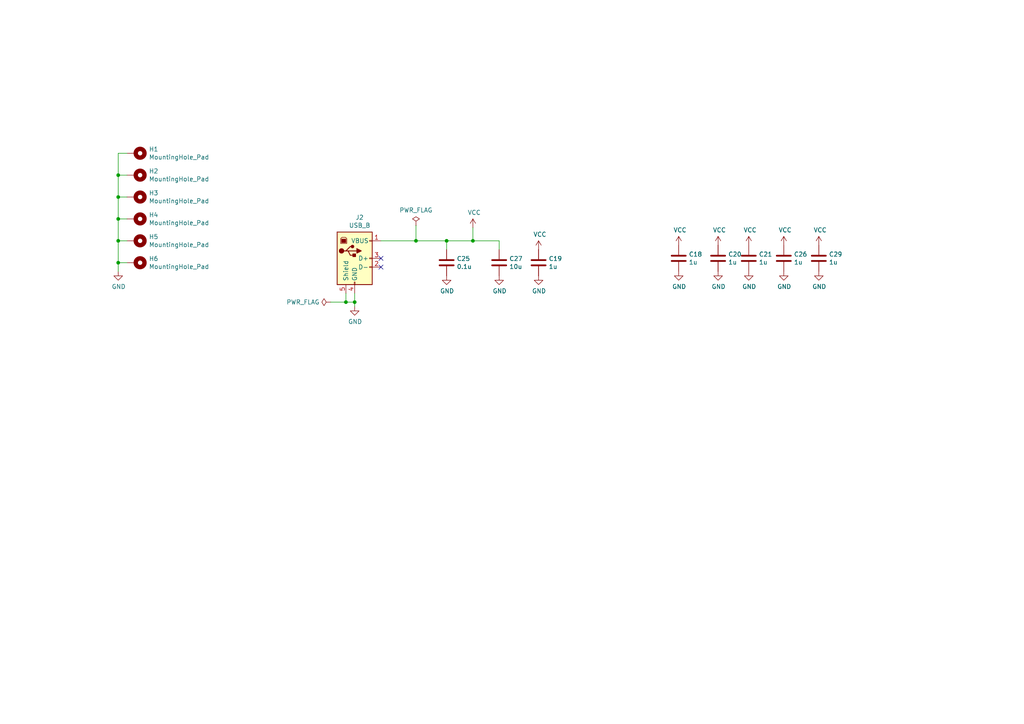
<source format=kicad_sch>
(kicad_sch (version 20230121) (generator eeschema)
  (paper "A4")
  (title_block (title "Q2 Computer") (date "2022-04-16") (rev "4c") (company "joewing.net"))
  (lib_symbols
    (symbol "Connector:USB_B" (pin_names (offset 1.016))
      (property "Reference" "J" (at -5.08 11.43 0))
      (property "Value" "USB_B" (at -5.08 8.89 0))
      (symbol "USB_B_0_1"
        (rectangle (start -5.08 -7.62) (end 5.08 7.62) (stroke (width 0.254)) (fill (type background)))
        (circle (center -3.81 2.159) (radius 0.635) (stroke (width 0.254)) (fill (type outline)))
        (rectangle (start -3.81 5.588) (end -2.54 4.572) (fill (type outline)))
        (circle (center -0.635 3.429) (radius 0.381) (stroke (width 0.254)) (fill (type outline)))
        (rectangle (start -0.127 -7.62) (end 0.127 -6.858))
        (polyline (pts (xy -1.905 2.159) (xy 0.635 2.159)) (stroke (width 0.254)))
        (polyline (pts (xy -3.175 2.159) (xy -2.54 2.159) (xy -1.27 3.429) (xy -0.635 3.429)) (stroke (width 0.254)))
        (polyline (pts (xy -2.54 2.159) (xy -1.905 2.159) (xy -1.27 0.889) (xy 0 0.889)) (stroke (width 0.254)))
        (polyline (pts (xy 0.635 2.794) (xy 0.635 1.524) (xy 1.905 2.159) (xy 0.635 2.794)) (stroke (width 0.254)) (fill (type outline)))
        (polyline (pts (xy -4.064 4.318) (xy -2.286 4.318) (xy -2.286 5.715) (xy -2.667 6.096) (xy -3.683 6.096) (xy -4.064 5.715) (xy -4.064 4.318)))
        (rectangle (start 0.254 1.27) (end -0.508 0.508) (stroke (width 0.254)) (fill (type outline)))
        (rectangle (start 5.08 -2.667) (end 4.318 -2.413))
        (rectangle (start 5.08 -0.127) (end 4.318 0.127))
        (rectangle (start 5.08 4.953) (end 4.318 5.207))
      )
      (symbol "USB_B_1_1"
        (pin power_out line (at 7.62 5.08 180) (length 2.54) (name "VBUS") (number "1"))
        (pin bidirectional line (at 7.62 -2.54 180) (length 2.54) (name "D-") (number "2"))
        (pin bidirectional line (at 7.62 0 180) (length 2.54) (name "D+") (number "3"))
        (pin power_out line (at 0 -10.16 90) (length 2.54) (name "GND") (number "4"))
        (pin passive line (at -2.54 -10.16 90) (length 2.54) (name "Shield") (number "5"))
      )
    )
    (symbol "Device:C" (pin_numbers hide) (pin_names (offset 0.254))
      (property "Reference" "C" (at 0.635 2.54 0))
      (property "Value" "C" (at 0.635 -2.54 0))
      (symbol "C_0_1"
        (polyline (pts (xy -2.032 -0.762) (xy 2.032 -0.762)) (stroke (width 0.508)))
        (polyline (pts (xy -2.032 0.762) (xy 2.032 0.762)) (stroke (width 0.508)))
      )
      (symbol "C_1_1"
        (pin passive line (at 0 3.81 270) (length 2.794) (name "~") (number "1"))
        (pin passive line (at 0 -3.81 90) (length 2.794) (name "~") (number "2"))
      )
    )
    (symbol "Mechanical:MountingHole_Pad" (pin_numbers hide) (pin_names (offset 1.016) hide)
      (property "Reference" "H" (at 0 6.35 0))
      (property "Value" "MountingHole_Pad" (at 0 4.445 0))
      (symbol "MountingHole_Pad_0_1"
        (circle (center 0 1.27) (radius 1.27) (stroke (width 1.27)))
      )
      (symbol "MountingHole_Pad_1_1"
        (pin input line (at 0 -2.54 90) (length 2.54) (name "1") (number "1"))
      )
    )
    (symbol "power:GND" (power) (pin_names (offset 0))
      (property "Value" "GND" (at 0 -3.81 0))
      (symbol "GND_0_1"
        (polyline (pts (xy 0 0) (xy 0 -1.27) (xy 1.27 -1.27) (xy 0 -2.54) (xy -1.27 -1.27) (xy 0 -1.27)))
      )
      (symbol "GND_1_1"
        (pin power_in line (at 0 0 270) (length 0) hide (name "GND") (number "1"))
      )
    )
    (symbol "power:PWR_FLAG" (power) (pin_numbers hide) (pin_names (offset 0) hide)
      (property "Value" "PWR_FLAG" (at 0 3.81 0))
      (symbol "PWR_FLAG_0_0"
        (pin power_out line (at 0 0 90) (length 0) (name "pwr") (number "1"))
      )
      (symbol "PWR_FLAG_0_1"
        (polyline (pts (xy 0 0) (xy 0 1.27) (xy -1.016 1.905) (xy 0 2.54) (xy 1.016 1.905) (xy 0 1.27)))
      )
    )
    (symbol "power:VCC" (power) (pin_names (offset 0))
      (property "Value" "VCC" (at 0 3.81 0))
      (symbol "VCC_0_1"
        (polyline (pts (xy -0.762 1.27) (xy 0 2.54)))
        (polyline (pts (xy 0 0) (xy 0 2.54)))
        (polyline (pts (xy 0 2.54) (xy 0.762 1.27)))
      )
      (symbol "VCC_1_1"
        (pin power_in line (at 0 0 90) (length 0) hide (name "VCC") (number "1"))
      )
    )
  )
  (junction (at 34.29 50.8))
  (junction (at 34.29 63.5))
  (junction (at 34.29 69.85))
  (junction (at 34.29 76.2))
  (junction (at 100.33 87.63))
  (junction (at 102.87 87.63))
  (junction (at 120.65 69.85))
  (junction (at 137.16 69.85))
  (junction (at 129.54 69.85))
  (junction (at 34.29 57.15))
  (no_connect (at 110.49 74.93))
  (no_connect (at 110.49 77.47))
  (wire (pts (xy 36.83 44.45) (xy 34.29 44.45)))
  (wire (pts (xy 36.83 76.2) (xy 34.29 76.2)))
  (wire (pts (xy 36.83 57.15) (xy 34.29 57.15)))
  (wire (pts (xy 144.78 72.39) (xy 144.78 69.85)))
  (wire (pts (xy 34.29 69.85) (xy 34.29 76.2)))
  (wire (pts (xy 129.54 69.85) (xy 137.16 69.85)))
  (wire (pts (xy 34.29 76.2) (xy 34.29 78.74)))
  (wire (pts (xy 102.87 87.63) (xy 100.33 87.63)))
  (wire (pts (xy 95.885 87.63) (xy 100.33 87.63)))
  (wire (pts (xy 34.29 63.5) (xy 34.29 69.85)))
  (wire (pts (xy 100.33 87.63) (xy 100.33 85.09)))
  (wire (pts (xy 137.16 69.85) (xy 137.16 66.04)))
  (wire (pts (xy 120.65 65.405) (xy 120.65 69.85)))
  (wire (pts (xy 129.54 72.39) (xy 129.54 69.85)))
  (wire (pts (xy 34.29 50.8) (xy 34.29 57.15)))
  (wire (pts (xy 34.29 44.45) (xy 34.29 50.8)))
  (wire (pts (xy 102.87 87.63) (xy 102.87 85.09)))
  (wire (pts (xy 120.65 69.85) (xy 129.54 69.85)))
  (wire (pts (xy 110.49 69.85) (xy 120.65 69.85)))
  (wire (pts (xy 34.29 50.8) (xy 36.83 50.8)))
  (wire (pts (xy 137.16 69.85) (xy 144.78 69.85)))
  (wire (pts (xy 36.83 69.85) (xy 34.29 69.85)))
  (wire (pts (xy 102.87 88.9) (xy 102.87 87.63)))
  (wire (pts (xy 36.83 63.5) (xy 34.29 63.5)))
  (wire (pts (xy 34.29 57.15) (xy 34.29 63.5)))
  (symbol (lib_id "Device:C") (at 196.85 74.93 180) (unit 1)
    (property "Reference" "C18" (at 199.771 73.7616 0) (effects (justify right)))
    (property "Value" "1u" (at 199.771 76.073 0) (effects (justify right)))
    (property "Footprint" "Capacitor_SMD:C_0805_2012Metric" (effects hide))
    (property "LCSC" "C28323" (effects hide))
    (property "Manufacturer" "Samsung Electro-Mechanics" (effects hide))
    (property "Part Number" "CL21B105KBFNNNE" (effects hide))
    (property "Package" "0805" (effects hide))
    (property "Type" "SMD" (effects hide))
  )
  (symbol (lib_id "power:GND") (at 196.85 78.74 0) (unit 1)
    (property "Reference" "#PWR0694" (effects hide))
    (property "Value" "GND" (at 196.977 83.1342 0))
  )
  (symbol (lib_id "power:VCC") (at 196.85 71.12 0) (unit 1)
    (property "Reference" "#PWR0689" (effects hide))
    (property "Value" "VCC" (at 197.231 66.7258 0))
  )
  (symbol (lib_id "Device:C") (at 156.21 76.2 180) (unit 1)
    (property "Reference" "C19" (at 159.131 75.0316 0) (effects (justify right)))
    (property "Value" "1u" (at 159.131 77.343 0) (effects (justify right)))
    (property "Footprint" "Capacitor_SMD:C_0805_2012Metric" (effects hide))
    (property "LCSC" "C28323" (effects hide))
    (property "Manufacturer" "Samsung Electro-Mechanics" (effects hide))
    (property "Part Number" "CL21B105KBFNNNE" (effects hide))
    (property "Package" "0805" (effects hide))
    (property "Type" "SMD" (effects hide))
  )
  (symbol (lib_id "power:GND") (at 156.21 80.01 0) (unit 1)
    (property "Reference" "#PWR0695" (effects hide))
    (property "Value" "GND" (at 156.337 84.4042 0))
  )
  (symbol (lib_id "power:VCC") (at 156.21 72.39 0) (unit 1)
    (property "Reference" "#PWR0690" (effects hide))
    (property "Value" "VCC" (at 156.591 67.9958 0))
  )
  (symbol (lib_id "Device:C") (at 208.28 74.93 180) (unit 1)
    (property "Reference" "C20" (at 211.201 73.7616 0) (effects (justify right)))
    (property "Value" "1u" (at 211.201 76.073 0) (effects (justify right)))
    (property "Footprint" "Capacitor_SMD:C_0805_2012Metric" (effects hide))
    (property "LCSC" "C28323" (effects hide))
    (property "Manufacturer" "Samsung Electro-Mechanics" (effects hide))
    (property "Part Number" "CL21B105KBFNNNE" (effects hide))
    (property "Package" "0805" (effects hide))
    (property "Type" "SMD" (effects hide))
  )
  (symbol (lib_id "power:GND") (at 208.28 78.74 0) (unit 1)
    (property "Reference" "#PWR0696" (effects hide))
    (property "Value" "GND" (at 208.407 83.1342 0))
  )
  (symbol (lib_id "power:VCC") (at 208.28 71.12 0) (unit 1)
    (property "Reference" "#PWR0691" (effects hide))
    (property "Value" "VCC" (at 208.661 66.7258 0))
  )
  (symbol (lib_id "Device:C") (at 217.17 74.93 180) (unit 1)
    (property "Reference" "C21" (at 220.091 73.7616 0) (effects (justify right)))
    (property "Value" "1u" (at 220.091 76.073 0) (effects (justify right)))
    (property "Footprint" "Capacitor_SMD:C_0805_2012Metric" (effects hide))
    (property "LCSC" "C28323" (effects hide))
    (property "Manufacturer" "Samsung Electro-Mechanics" (effects hide))
    (property "Part Number" "CL21B105KBFNNNE" (effects hide))
    (property "Package" "0805" (effects hide))
    (property "Type" "SMD" (effects hide))
  )
  (symbol (lib_id "power:GND") (at 217.17 78.74 0) (unit 1)
    (property "Reference" "#PWR0697" (effects hide))
    (property "Value" "GND" (at 217.297 83.1342 0))
  )
  (symbol (lib_id "power:VCC") (at 217.17 71.12 0) (unit 1)
    (property "Reference" "#PWR0692" (effects hide))
    (property "Value" "VCC" (at 217.551 66.7258 0))
  )
  (symbol (lib_id "Mechanical:MountingHole_Pad") (at 39.37 44.45 270) (unit 1)
    (property "Reference" "H1" (at 43.18 43.2816 90) (effects (justify left)))
    (property "Value" "MountingHole_Pad" (at 43.18 45.593 90) (effects (justify left)))
    (property "Footprint" "MountingHole:MountingHole_3.2mm_M3_Pad_Via" (effects hide))
  )
  (symbol (lib_id "Connector:USB_B") (at 102.87 74.93 0) (unit 1)
    (property "Reference" "J2" (at 104.3178 63.0682 0))
    (property "Value" "USB_B" (at 104.3178 65.3796 0))
    (property "Footprint" "Connector_USB:USB_B_OST_USB-B1HSxx_Horizontal" (effects hide))
    (property "LCSC" "C498173" (effects hide))
  )
  (symbol (lib_id "power:GND") (at 102.87 88.9 0) (unit 1)
    (property "Reference" "#PWR0698" (effects hide))
    (property "Value" "GND" (at 102.997 93.2942 0))
  )
  (symbol (lib_id "power:VCC") (at 137.16 66.04 0) (unit 1)
    (property "Reference" "#PWR0688" (effects hide))
    (property "Value" "VCC" (at 137.541 61.6458 0))
  )
  (symbol (lib_id "Mechanical:MountingHole_Pad") (at 39.37 50.8 270) (unit 1)
    (property "Reference" "H2" (at 43.18 49.6316 90) (effects (justify left)))
    (property "Value" "MountingHole_Pad" (at 43.18 51.943 90) (effects (justify left)))
    (property "Footprint" "MountingHole:MountingHole_3.2mm_M3_Pad_Via" (effects hide))
  )
  (symbol (lib_id "Mechanical:MountingHole_Pad") (at 39.37 57.15 270) (unit 1)
    (property "Reference" "H3" (at 43.18 55.9816 90) (effects (justify left)))
    (property "Value" "MountingHole_Pad" (at 43.18 58.293 90) (effects (justify left)))
    (property "Footprint" "MountingHole:MountingHole_3.2mm_M3_Pad_Via" (effects hide))
  )
  (symbol (lib_id "Mechanical:MountingHole_Pad") (at 39.37 63.5 270) (unit 1)
    (property "Reference" "H4" (at 43.18 62.3316 90) (effects (justify left)))
    (property "Value" "MountingHole_Pad" (at 43.18 64.643 90) (effects (justify left)))
    (property "Footprint" "MountingHole:MountingHole_3.2mm_M3_Pad_Via" (effects hide))
  )
  (symbol (lib_id "Mechanical:MountingHole_Pad") (at 39.37 69.85 270) (unit 1)
    (property "Reference" "H5" (at 43.18 68.6816 90) (effects (justify left)))
    (property "Value" "MountingHole_Pad" (at 43.18 70.993 90) (effects (justify left)))
    (property "Footprint" "MountingHole:MountingHole_3.2mm_M3_Pad_Via" (effects hide))
  )
  (symbol (lib_id "power:GND") (at 34.29 78.74 0) (unit 1)
    (property "Reference" "#PWR0693" (effects hide))
    (property "Value" "GND" (at 34.417 83.1342 0))
  )
  (symbol (lib_id "Mechanical:MountingHole_Pad") (at 39.37 76.2 270) (unit 1)
    (property "Reference" "H6" (at 43.18 75.0316 90) (effects (justify left)))
    (property "Value" "MountingHole_Pad" (at 43.18 77.343 90) (effects (justify left)))
    (property "Footprint" "MountingHole:MountingHole_3.2mm_M3_Pad_Via" (effects hide))
  )
  (symbol (lib_id "Device:C") (at 144.78 76.2 180) (unit 1)
    (property "Reference" "C27" (at 147.701 75.0316 0) (effects (justify right)))
    (property "Value" "10u" (at 147.701 77.343 0) (effects (justify right)))
    (property "Footprint" "Capacitor_SMD:C_0805_2012Metric" (effects hide))
    (property "LCSC" "C15850" (effects hide))
    (property "Manufacturer" "Samsung Electro-Mechanics" (effects hide))
    (property "Part Number" "CL21A106KAYNNNE" (effects hide))
    (property "Package" "0805" (effects hide))
    (property "Type" "SMD" (effects hide))
  )
  (symbol (lib_id "power:GND") (at 144.78 80.01 0) (unit 1)
    (property "Reference" "#PWR0921" (effects hide))
    (property "Value" "GND" (at 144.907 84.4042 0))
  )
  (symbol (lib_id "Device:C") (at 237.49 74.93 180) (unit 1)
    (property "Reference" "C29" (at 240.411 73.7616 0) (effects (justify right)))
    (property "Value" "1u" (at 240.411 76.073 0) (effects (justify right)))
    (property "Footprint" "Capacitor_SMD:C_0805_2012Metric" (effects hide))
    (property "LCSC" "C28323" (effects hide))
    (property "Manufacturer" "Samsung Electro-Mechanics" (effects hide))
    (property "Part Number" "CL21B105KBFNNNE" (effects hide))
    (property "Package" "0805" (effects hide))
    (property "Type" "SMD" (effects hide))
  )
  (symbol (lib_id "power:GND") (at 237.49 78.74 0) (unit 1)
    (property "Reference" "#PWR0925" (effects hide))
    (property "Value" "GND" (at 237.617 83.1342 0))
  )
  (symbol (lib_id "power:VCC") (at 237.49 71.12 0) (unit 1)
    (property "Reference" "#PWR0924" (effects hide))
    (property "Value" "VCC" (at 237.871 66.7258 0))
  )
  (symbol (lib_id "Device:C") (at 227.33 74.93 180) (unit 1)
    (property "Reference" "C26" (at 230.251 73.7616 0) (effects (justify right)))
    (property "Value" "1u" (at 230.251 76.073 0) (effects (justify right)))
    (property "Footprint" "Capacitor_SMD:C_0805_2012Metric" (effects hide))
    (property "LCSC" "C28323" (effects hide))
    (property "Manufacturer" "Samsung Electro-Mechanics" (effects hide))
    (property "Part Number" "CL21B105KBFNNNE" (effects hide))
    (property "Package" "0805" (effects hide))
    (property "Type" "SMD" (effects hide))
  )
  (symbol (lib_id "power:GND") (at 227.33 78.74 0) (unit 1)
    (property "Reference" "#PWR0918" (effects hide))
    (property "Value" "GND" (at 227.457 83.1342 0))
  )
  (symbol (lib_id "power:VCC") (at 227.33 71.12 0) (unit 1)
    (property "Reference" "#PWR0917" (effects hide))
    (property "Value" "VCC" (at 227.711 66.7258 0))
  )
  (symbol (lib_id "Device:C") (at 129.54 76.2 0) (unit 1)
    (property "Reference" "C25" (at 132.461 75.0316 0) (effects (justify left)))
    (property "Value" "0.1u" (at 132.461 77.343 0) (effects (justify left)))
    (property "Footprint" "Capacitor_SMD:C_0805_2012Metric" (effects hide))
    (property "LCSC" "C49678" (effects hide))
    (property "Manufacturer" "YAGEO" (effects hide))
    (property "Part Number" "CC0805KRX7R9BB104" (effects hide))
    (property "Package" "0805" (effects hide))
    (property "Type" "SMD" (effects hide))
  )
  (symbol (lib_id "power:GND") (at 129.54 80.01 0) (unit 1)
    (property "Reference" "#PWR0882" (effects hide))
    (property "Value" "GND" (at 129.667 84.4042 0))
  )
  (symbol (lib_id "power:PWR_FLAG") (at 120.65 65.405 0) (unit 1)
    (property "Reference" "#FLG02" (effects hide))
    (property "Value" "PWR_FLAG" (at 120.65 60.96 0))
  )
  (symbol (lib_id "power:PWR_FLAG") (at 95.885 87.63 90) (unit 1)
    (property "Reference" "#FLG03" (effects hide))
    (property "Value" "PWR_FLAG" (at 92.71 87.63 90) (effects (justify left)))
  )
)
</source>
